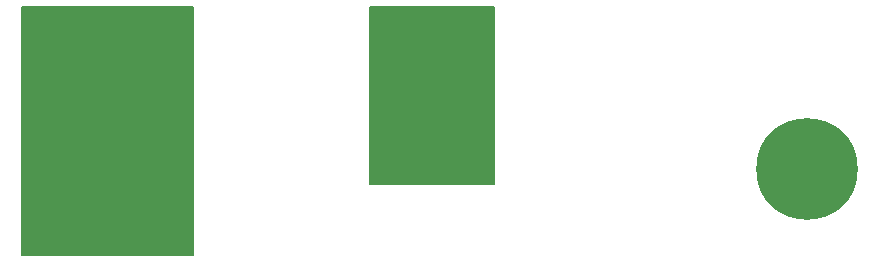
<source format=gbr>
%TF.GenerationSoftware,KiCad,Pcbnew,7.0.2*%
%TF.CreationDate,2023-08-08T17:36:33+02:00*%
%TF.ProjectId,pulse_generator_endplate_1455NF,70756c73-655f-4676-956e-657261746f72,rev?*%
%TF.SameCoordinates,Original*%
%TF.FileFunction,Soldermask,Bot*%
%TF.FilePolarity,Negative*%
%FSLAX46Y46*%
G04 Gerber Fmt 4.6, Leading zero omitted, Abs format (unit mm)*
G04 Created by KiCad (PCBNEW 7.0.2) date 2023-08-08 17:36:33*
%MOMM*%
%LPD*%
G01*
G04 APERTURE LIST*
%ADD10C,0.150000*%
%ADD11C,0.900000*%
%ADD12C,8.600000*%
G04 APERTURE END LIST*
D10*
X114500000Y-67000000D02*
X129000000Y-67000000D01*
X129000000Y-88000000D01*
X114500000Y-88000000D01*
X114500000Y-67000000D01*
G36*
X114500000Y-67000000D02*
G01*
X129000000Y-67000000D01*
X129000000Y-88000000D01*
X114500000Y-88000000D01*
X114500000Y-67000000D01*
G37*
X144000000Y-67000000D02*
X154500000Y-67000000D01*
X154500000Y-82000000D01*
X144000000Y-82000000D01*
X144000000Y-67000000D01*
G36*
X144000000Y-67000000D02*
G01*
X154500000Y-67000000D01*
X154500000Y-82000000D01*
X144000000Y-82000000D01*
X144000000Y-67000000D01*
G37*
D11*
%TO.C,J1*%
X177775000Y-80719581D03*
X178719581Y-78439162D03*
X178719581Y-83000000D03*
X181000000Y-77494581D03*
D12*
X181000000Y-80719581D03*
D11*
X181000000Y-83944581D03*
X183280419Y-78439162D03*
X183280419Y-83000000D03*
X184225000Y-80719581D03*
%TD*%
M02*

</source>
